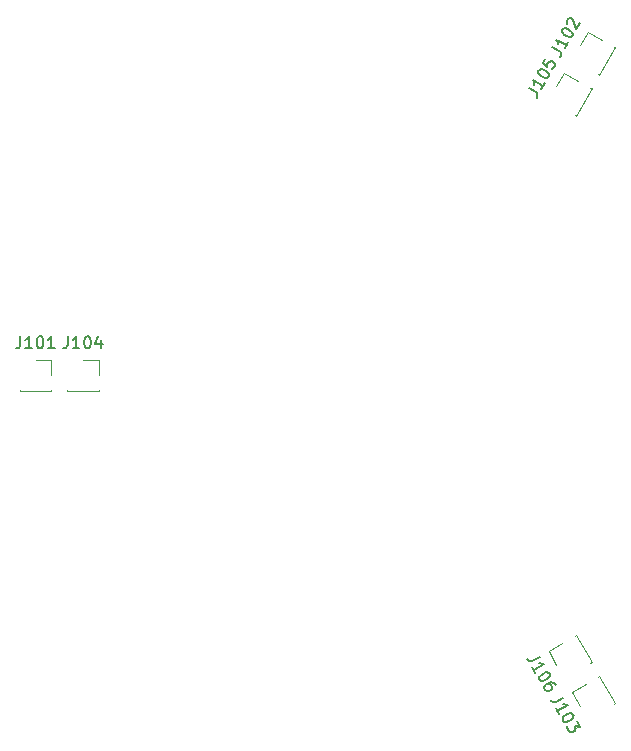
<source format=gbr>
%TF.GenerationSoftware,KiCad,Pcbnew,7.0.10*%
%TF.CreationDate,2024-03-15T14:29:49-04:00*%
%TF.ProjectId,new_middle,6e65775f-6d69-4646-946c-652e6b696361,rev?*%
%TF.SameCoordinates,Original*%
%TF.FileFunction,Legend,Top*%
%TF.FilePolarity,Positive*%
%FSLAX46Y46*%
G04 Gerber Fmt 4.6, Leading zero omitted, Abs format (unit mm)*
G04 Created by KiCad (PCBNEW 7.0.10) date 2024-03-15 14:29:49*
%MOMM*%
%LPD*%
G01*
G04 APERTURE LIST*
%ADD10C,0.150000*%
%ADD11C,0.120000*%
G04 APERTURE END LIST*
D10*
X21214285Y-46684819D02*
X21214285Y-47399104D01*
X21214285Y-47399104D02*
X21166666Y-47541961D01*
X21166666Y-47541961D02*
X21071428Y-47637200D01*
X21071428Y-47637200D02*
X20928571Y-47684819D01*
X20928571Y-47684819D02*
X20833333Y-47684819D01*
X22214285Y-47684819D02*
X21642857Y-47684819D01*
X21928571Y-47684819D02*
X21928571Y-46684819D01*
X21928571Y-46684819D02*
X21833333Y-46827676D01*
X21833333Y-46827676D02*
X21738095Y-46922914D01*
X21738095Y-46922914D02*
X21642857Y-46970533D01*
X22833333Y-46684819D02*
X22928571Y-46684819D01*
X22928571Y-46684819D02*
X23023809Y-46732438D01*
X23023809Y-46732438D02*
X23071428Y-46780057D01*
X23071428Y-46780057D02*
X23119047Y-46875295D01*
X23119047Y-46875295D02*
X23166666Y-47065771D01*
X23166666Y-47065771D02*
X23166666Y-47303866D01*
X23166666Y-47303866D02*
X23119047Y-47494342D01*
X23119047Y-47494342D02*
X23071428Y-47589580D01*
X23071428Y-47589580D02*
X23023809Y-47637200D01*
X23023809Y-47637200D02*
X22928571Y-47684819D01*
X22928571Y-47684819D02*
X22833333Y-47684819D01*
X22833333Y-47684819D02*
X22738095Y-47637200D01*
X22738095Y-47637200D02*
X22690476Y-47589580D01*
X22690476Y-47589580D02*
X22642857Y-47494342D01*
X22642857Y-47494342D02*
X22595238Y-47303866D01*
X22595238Y-47303866D02*
X22595238Y-47065771D01*
X22595238Y-47065771D02*
X22642857Y-46875295D01*
X22642857Y-46875295D02*
X22690476Y-46780057D01*
X22690476Y-46780057D02*
X22738095Y-46732438D01*
X22738095Y-46732438D02*
X22833333Y-46684819D01*
X24023809Y-47018152D02*
X24023809Y-47684819D01*
X23785714Y-46637200D02*
X23547619Y-47351485D01*
X23547619Y-47351485D02*
X24166666Y-47351485D01*
X62236112Y-22175870D02*
X62854701Y-22533013D01*
X62854701Y-22533013D02*
X62954610Y-22645681D01*
X62954610Y-22645681D02*
X62989469Y-22775779D01*
X62989469Y-22775779D02*
X62959280Y-22923306D01*
X62959280Y-22923306D02*
X62911661Y-23005785D01*
X63602137Y-21809845D02*
X63316423Y-22304716D01*
X63459280Y-22057281D02*
X62593255Y-21557281D01*
X62593255Y-21557281D02*
X62669354Y-21711188D01*
X62669354Y-21711188D02*
X62704213Y-21841285D01*
X62704213Y-21841285D02*
X62697833Y-21947574D01*
X63045636Y-20773734D02*
X63093255Y-20691255D01*
X63093255Y-20691255D02*
X63182113Y-20632586D01*
X63182113Y-20632586D02*
X63247162Y-20615156D01*
X63247162Y-20615156D02*
X63353450Y-20621536D01*
X63353450Y-20621536D02*
X63542217Y-20675535D01*
X63542217Y-20675535D02*
X63748413Y-20794582D01*
X63748413Y-20794582D02*
X63889561Y-20931060D01*
X63889561Y-20931060D02*
X63948230Y-21019918D01*
X63948230Y-21019918D02*
X63965660Y-21084967D01*
X63965660Y-21084967D02*
X63959280Y-21191255D01*
X63959280Y-21191255D02*
X63911661Y-21273734D01*
X63911661Y-21273734D02*
X63822803Y-21332403D01*
X63822803Y-21332403D02*
X63757754Y-21349833D01*
X63757754Y-21349833D02*
X63651466Y-21343453D01*
X63651466Y-21343453D02*
X63462699Y-21289454D01*
X63462699Y-21289454D02*
X63256502Y-21170407D01*
X63256502Y-21170407D02*
X63115355Y-21033929D01*
X63115355Y-21033929D02*
X63056686Y-20945071D01*
X63056686Y-20945071D02*
X63039256Y-20880022D01*
X63039256Y-20880022D02*
X63045636Y-20773734D01*
X63485257Y-20202763D02*
X63467827Y-20137714D01*
X63467827Y-20137714D02*
X63474207Y-20031426D01*
X63474207Y-20031426D02*
X63593255Y-19825230D01*
X63593255Y-19825230D02*
X63682113Y-19766561D01*
X63682113Y-19766561D02*
X63747162Y-19749131D01*
X63747162Y-19749131D02*
X63853450Y-19755511D01*
X63853450Y-19755511D02*
X63935929Y-19803130D01*
X63935929Y-19803130D02*
X64035837Y-19915798D01*
X64035837Y-19915798D02*
X64244994Y-20696383D01*
X64244994Y-20696383D02*
X64554518Y-20160273D01*
X17214285Y-46684819D02*
X17214285Y-47399104D01*
X17214285Y-47399104D02*
X17166666Y-47541961D01*
X17166666Y-47541961D02*
X17071428Y-47637200D01*
X17071428Y-47637200D02*
X16928571Y-47684819D01*
X16928571Y-47684819D02*
X16833333Y-47684819D01*
X18214285Y-47684819D02*
X17642857Y-47684819D01*
X17928571Y-47684819D02*
X17928571Y-46684819D01*
X17928571Y-46684819D02*
X17833333Y-46827676D01*
X17833333Y-46827676D02*
X17738095Y-46922914D01*
X17738095Y-46922914D02*
X17642857Y-46970533D01*
X18833333Y-46684819D02*
X18928571Y-46684819D01*
X18928571Y-46684819D02*
X19023809Y-46732438D01*
X19023809Y-46732438D02*
X19071428Y-46780057D01*
X19071428Y-46780057D02*
X19119047Y-46875295D01*
X19119047Y-46875295D02*
X19166666Y-47065771D01*
X19166666Y-47065771D02*
X19166666Y-47303866D01*
X19166666Y-47303866D02*
X19119047Y-47494342D01*
X19119047Y-47494342D02*
X19071428Y-47589580D01*
X19071428Y-47589580D02*
X19023809Y-47637200D01*
X19023809Y-47637200D02*
X18928571Y-47684819D01*
X18928571Y-47684819D02*
X18833333Y-47684819D01*
X18833333Y-47684819D02*
X18738095Y-47637200D01*
X18738095Y-47637200D02*
X18690476Y-47589580D01*
X18690476Y-47589580D02*
X18642857Y-47494342D01*
X18642857Y-47494342D02*
X18595238Y-47303866D01*
X18595238Y-47303866D02*
X18595238Y-47065771D01*
X18595238Y-47065771D02*
X18642857Y-46875295D01*
X18642857Y-46875295D02*
X18690476Y-46780057D01*
X18690476Y-46780057D02*
X18738095Y-46732438D01*
X18738095Y-46732438D02*
X18833333Y-46684819D01*
X20119047Y-47684819D02*
X19547619Y-47684819D01*
X19833333Y-47684819D02*
X19833333Y-46684819D01*
X19833333Y-46684819D02*
X19738095Y-46827676D01*
X19738095Y-46827676D02*
X19642857Y-46922914D01*
X19642857Y-46922914D02*
X19547619Y-46970533D01*
X63180393Y-77278948D02*
X62561803Y-77636090D01*
X62561803Y-77636090D02*
X62414276Y-77666280D01*
X62414276Y-77666280D02*
X62284178Y-77631420D01*
X62284178Y-77631420D02*
X62171510Y-77531512D01*
X62171510Y-77531512D02*
X62123891Y-77449033D01*
X62814368Y-78644973D02*
X62528653Y-78150102D01*
X62671510Y-78397537D02*
X63537536Y-77897537D01*
X63537536Y-77897537D02*
X63366199Y-77886487D01*
X63366199Y-77886487D02*
X63236101Y-77851628D01*
X63236101Y-77851628D02*
X63147243Y-77792959D01*
X63989917Y-78681084D02*
X64037536Y-78763563D01*
X64037536Y-78763563D02*
X64043916Y-78869851D01*
X64043916Y-78869851D02*
X64026486Y-78934900D01*
X64026486Y-78934900D02*
X63967817Y-79023758D01*
X63967817Y-79023758D02*
X63826669Y-79160236D01*
X63826669Y-79160236D02*
X63620472Y-79279283D01*
X63620472Y-79279283D02*
X63431706Y-79333282D01*
X63431706Y-79333282D02*
X63325418Y-79339662D01*
X63325418Y-79339662D02*
X63260369Y-79322232D01*
X63260369Y-79322232D02*
X63171510Y-79263563D01*
X63171510Y-79263563D02*
X63123891Y-79181084D01*
X63123891Y-79181084D02*
X63117512Y-79074796D01*
X63117512Y-79074796D02*
X63134941Y-79009747D01*
X63134941Y-79009747D02*
X63193610Y-78920889D01*
X63193610Y-78920889D02*
X63334758Y-78784412D01*
X63334758Y-78784412D02*
X63540955Y-78665364D01*
X63540955Y-78665364D02*
X63729721Y-78611365D01*
X63729721Y-78611365D02*
X63836010Y-78604985D01*
X63836010Y-78604985D02*
X63901058Y-78622415D01*
X63901058Y-78622415D02*
X63989917Y-78681084D01*
X64323250Y-79258435D02*
X64632774Y-79794546D01*
X64632774Y-79794546D02*
X64136193Y-79696347D01*
X64136193Y-79696347D02*
X64207621Y-79820064D01*
X64207621Y-79820064D02*
X64214001Y-79926353D01*
X64214001Y-79926353D02*
X64196571Y-79991401D01*
X64196571Y-79991401D02*
X64137902Y-80080260D01*
X64137902Y-80080260D02*
X63931706Y-80199307D01*
X63931706Y-80199307D02*
X63825418Y-80205687D01*
X63825418Y-80205687D02*
X63760369Y-80188257D01*
X63760369Y-80188257D02*
X63671510Y-80129588D01*
X63671510Y-80129588D02*
X63528653Y-79882152D01*
X63528653Y-79882152D02*
X63522274Y-79775864D01*
X63522274Y-79775864D02*
X63539703Y-79710816D01*
X61180393Y-73814948D02*
X60561803Y-74172090D01*
X60561803Y-74172090D02*
X60414276Y-74202280D01*
X60414276Y-74202280D02*
X60284178Y-74167420D01*
X60284178Y-74167420D02*
X60171510Y-74067512D01*
X60171510Y-74067512D02*
X60123891Y-73985033D01*
X60814368Y-75180973D02*
X60528653Y-74686102D01*
X60671510Y-74933537D02*
X61537536Y-74433537D01*
X61537536Y-74433537D02*
X61366199Y-74422487D01*
X61366199Y-74422487D02*
X61236101Y-74387628D01*
X61236101Y-74387628D02*
X61147243Y-74328959D01*
X61989917Y-75217084D02*
X62037536Y-75299563D01*
X62037536Y-75299563D02*
X62043916Y-75405851D01*
X62043916Y-75405851D02*
X62026486Y-75470900D01*
X62026486Y-75470900D02*
X61967817Y-75559758D01*
X61967817Y-75559758D02*
X61826669Y-75696236D01*
X61826669Y-75696236D02*
X61620472Y-75815283D01*
X61620472Y-75815283D02*
X61431706Y-75869282D01*
X61431706Y-75869282D02*
X61325418Y-75875662D01*
X61325418Y-75875662D02*
X61260369Y-75858232D01*
X61260369Y-75858232D02*
X61171510Y-75799563D01*
X61171510Y-75799563D02*
X61123891Y-75717084D01*
X61123891Y-75717084D02*
X61117512Y-75610796D01*
X61117512Y-75610796D02*
X61134941Y-75545747D01*
X61134941Y-75545747D02*
X61193610Y-75456889D01*
X61193610Y-75456889D02*
X61334758Y-75320412D01*
X61334758Y-75320412D02*
X61540955Y-75201364D01*
X61540955Y-75201364D02*
X61729721Y-75147365D01*
X61729721Y-75147365D02*
X61836010Y-75140985D01*
X61836010Y-75140985D02*
X61901058Y-75158415D01*
X61901058Y-75158415D02*
X61989917Y-75217084D01*
X62585155Y-76248067D02*
X62489917Y-76083110D01*
X62489917Y-76083110D02*
X62401058Y-76024441D01*
X62401058Y-76024441D02*
X62336010Y-76007011D01*
X62336010Y-76007011D02*
X62164673Y-75995961D01*
X62164673Y-75995961D02*
X61975906Y-76049960D01*
X61975906Y-76049960D02*
X61645991Y-76240436D01*
X61645991Y-76240436D02*
X61587322Y-76329294D01*
X61587322Y-76329294D02*
X61569893Y-76394343D01*
X61569893Y-76394343D02*
X61576272Y-76500631D01*
X61576272Y-76500631D02*
X61671510Y-76665588D01*
X61671510Y-76665588D02*
X61760369Y-76724257D01*
X61760369Y-76724257D02*
X61825418Y-76741687D01*
X61825418Y-76741687D02*
X61931706Y-76735307D01*
X61931706Y-76735307D02*
X62137902Y-76616260D01*
X62137902Y-76616260D02*
X62196571Y-76527401D01*
X62196571Y-76527401D02*
X62214001Y-76462353D01*
X62214001Y-76462353D02*
X62207621Y-76356064D01*
X62207621Y-76356064D02*
X62112383Y-76191107D01*
X62112383Y-76191107D02*
X62023525Y-76132438D01*
X62023525Y-76132438D02*
X61958476Y-76115008D01*
X61958476Y-76115008D02*
X61852188Y-76121388D01*
X60236112Y-25639870D02*
X60854701Y-25997013D01*
X60854701Y-25997013D02*
X60954610Y-26109681D01*
X60954610Y-26109681D02*
X60989469Y-26239779D01*
X60989469Y-26239779D02*
X60959280Y-26387306D01*
X60959280Y-26387306D02*
X60911661Y-26469785D01*
X61602137Y-25273845D02*
X61316423Y-25768716D01*
X61459280Y-25521281D02*
X60593255Y-25021281D01*
X60593255Y-25021281D02*
X60669354Y-25175188D01*
X60669354Y-25175188D02*
X60704213Y-25305285D01*
X60704213Y-25305285D02*
X60697833Y-25411574D01*
X61045636Y-24237734D02*
X61093255Y-24155255D01*
X61093255Y-24155255D02*
X61182113Y-24096586D01*
X61182113Y-24096586D02*
X61247162Y-24079156D01*
X61247162Y-24079156D02*
X61353450Y-24085536D01*
X61353450Y-24085536D02*
X61542217Y-24139535D01*
X61542217Y-24139535D02*
X61748413Y-24258582D01*
X61748413Y-24258582D02*
X61889561Y-24395060D01*
X61889561Y-24395060D02*
X61948230Y-24483918D01*
X61948230Y-24483918D02*
X61965660Y-24548967D01*
X61965660Y-24548967D02*
X61959280Y-24655255D01*
X61959280Y-24655255D02*
X61911661Y-24737734D01*
X61911661Y-24737734D02*
X61822803Y-24796403D01*
X61822803Y-24796403D02*
X61757754Y-24813833D01*
X61757754Y-24813833D02*
X61651466Y-24807453D01*
X61651466Y-24807453D02*
X61462699Y-24753454D01*
X61462699Y-24753454D02*
X61256502Y-24634407D01*
X61256502Y-24634407D02*
X61115355Y-24497929D01*
X61115355Y-24497929D02*
X61056686Y-24409071D01*
X61056686Y-24409071D02*
X61039256Y-24344022D01*
X61039256Y-24344022D02*
X61045636Y-24237734D01*
X61664683Y-23165512D02*
X61426588Y-23577905D01*
X61426588Y-23577905D02*
X61815172Y-23857239D01*
X61815172Y-23857239D02*
X61797742Y-23792191D01*
X61797742Y-23792191D02*
X61804122Y-23685902D01*
X61804122Y-23685902D02*
X61923169Y-23479706D01*
X61923169Y-23479706D02*
X62012028Y-23421037D01*
X62012028Y-23421037D02*
X62077076Y-23403607D01*
X62077076Y-23403607D02*
X62183364Y-23409987D01*
X62183364Y-23409987D02*
X62389561Y-23529034D01*
X62389561Y-23529034D02*
X62448230Y-23617893D01*
X62448230Y-23617893D02*
X62465660Y-23682942D01*
X62465660Y-23682942D02*
X62459280Y-23789230D01*
X62459280Y-23789230D02*
X62340233Y-23995426D01*
X62340233Y-23995426D02*
X62251374Y-24054095D01*
X62251374Y-24054095D02*
X62186325Y-24071525D01*
D11*
%TO.C,J104*%
X21170000Y-51210000D02*
X21170000Y-51330000D01*
X21170000Y-51330000D02*
X23830000Y-51330000D01*
X22500000Y-48670000D02*
X23830000Y-48670000D01*
X23830000Y-48670000D02*
X23830000Y-50000000D01*
X23830000Y-51210000D02*
X23830000Y-51330000D01*
%TO.C,J102*%
X66132891Y-24476814D02*
X66236814Y-24536814D01*
X66236814Y-24536814D02*
X67566814Y-22233186D01*
X64598186Y-22055000D02*
X65263186Y-20903186D01*
X65263186Y-20903186D02*
X66415000Y-21568186D01*
X67462891Y-22173186D02*
X67566814Y-22233186D01*
%TO.C,J101*%
X17170000Y-51210000D02*
X17170000Y-51330000D01*
X17170000Y-51330000D02*
X19830000Y-51330000D01*
X18500000Y-48670000D02*
X19830000Y-48670000D01*
X19830000Y-48670000D02*
X19830000Y-50000000D01*
X19830000Y-51210000D02*
X19830000Y-51330000D01*
%TO.C,J103*%
X67462891Y-77826814D02*
X67566814Y-77766814D01*
X67566814Y-77766814D02*
X66236814Y-75463186D01*
X64598186Y-77945000D02*
X63933186Y-76793186D01*
X63933186Y-76793186D02*
X65085000Y-76128186D01*
X66132891Y-75523186D02*
X66236814Y-75463186D01*
%TO.C,J106*%
X65462891Y-74362814D02*
X65566814Y-74302814D01*
X65566814Y-74302814D02*
X64236814Y-71999186D01*
X62598186Y-74481000D02*
X61933186Y-73329186D01*
X61933186Y-73329186D02*
X63085000Y-72664186D01*
X64132891Y-72059186D02*
X64236814Y-71999186D01*
%TO.C,J105*%
X64132891Y-27940814D02*
X64236814Y-28000814D01*
X64236814Y-28000814D02*
X65566814Y-25697186D01*
X62598186Y-25519000D02*
X63263186Y-24367186D01*
X63263186Y-24367186D02*
X64415000Y-25032186D01*
X65462891Y-25637186D02*
X65566814Y-25697186D01*
%TD*%
M02*

</source>
